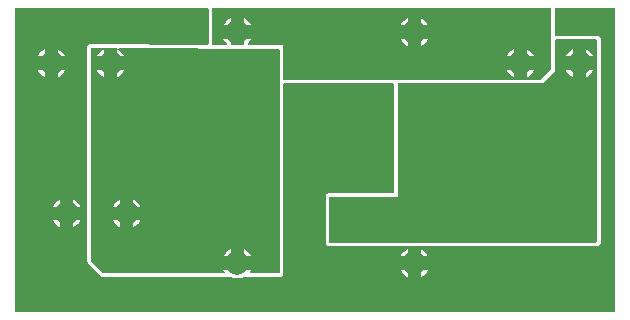
<source format=gtl>
G04 Layer: TopLayer*
G04 EasyEDA v6.5.8, 2022-07-18 23:19:08*
G04 1589dfe675ed41be9403e30dc75cfddf,10*
G04 Gerber Generator version 0.2*
G04 Scale: 100 percent, Rotated: No, Reflected: No *
G04 Dimensions in millimeters *
G04 leading zeros omitted , absolute positions ,4 integer and 5 decimal *
%FSLAX45Y45*%
%MOMM*%

%ADD10C,2.0000*%
%ADD11C,0.7000*%

%LPD*%
G36*
X2290673Y-620014D02*
G01*
X2286762Y-619252D01*
X2283460Y-617016D01*
X2281275Y-613714D01*
X2280462Y-609854D01*
X2280462Y-360426D01*
X2279954Y-354025D01*
X2279954Y-331012D01*
X2278989Y-329996D01*
X2255062Y-329946D01*
X2249728Y-329488D01*
X1989175Y-327863D01*
X1985213Y-326999D01*
X1981911Y-324662D01*
X1979777Y-321208D01*
X1979117Y-317195D01*
X1980133Y-313232D01*
X1983181Y-309524D01*
X1993595Y-298094D01*
X2002688Y-285546D01*
X2009952Y-272237D01*
X1948688Y-272237D01*
X1948688Y-317398D01*
X1947824Y-321310D01*
X1945639Y-324612D01*
X1942338Y-326796D01*
X1938477Y-327558D01*
X1846072Y-326948D01*
X1842211Y-326186D01*
X1838858Y-323951D01*
X1836674Y-320700D01*
X1835912Y-316788D01*
X1835912Y-272237D01*
X1774647Y-272237D01*
X1781911Y-285546D01*
X1790954Y-298094D01*
X1801520Y-309626D01*
X1803552Y-312978D01*
X1804111Y-316788D01*
X1803247Y-320598D01*
X1801063Y-323799D01*
X1797761Y-325932D01*
X1793900Y-326644D01*
X1690065Y-325983D01*
X1686204Y-325221D01*
X1683004Y-322986D01*
X1680768Y-319684D01*
X1679956Y-315823D01*
X1679956Y-21132D01*
X1680768Y-17221D01*
X1683004Y-13919D01*
X1686306Y-11734D01*
X1690166Y-10972D01*
X4539843Y-10668D01*
X4543704Y-11430D01*
X4547006Y-13665D01*
X4549241Y-16967D01*
X4550054Y-20828D01*
X4550054Y-273964D01*
X4549495Y-280416D01*
X4549495Y-526288D01*
X4548682Y-530199D01*
X4546498Y-533501D01*
X4463440Y-616508D01*
X4460138Y-618744D01*
X4456277Y-619506D01*
X4344568Y-619506D01*
X4340148Y-618388D01*
X4335729Y-619506D01*
X4243324Y-619506D01*
X4239107Y-618490D01*
X4234840Y-619506D01*
X3250234Y-619506D01*
X3243986Y-620014D01*
G37*

%LPC*%
G36*
X4233214Y-597662D02*
G01*
X4233214Y-536346D01*
X4172102Y-536346D01*
X4177182Y-546354D01*
X4185818Y-559155D01*
X4195927Y-570890D01*
X4207357Y-581304D01*
X4219854Y-590346D01*
G37*
G36*
X4345940Y-597458D02*
G01*
X4352544Y-594258D01*
X4365650Y-586028D01*
X4377588Y-576275D01*
X4388358Y-565200D01*
X4397756Y-552907D01*
X4405680Y-539597D01*
X4407052Y-536346D01*
X4345940Y-536346D01*
G37*
G36*
X4345940Y-423672D02*
G01*
X4407052Y-423672D01*
X4405680Y-420420D01*
X4397756Y-407111D01*
X4388358Y-394817D01*
X4377588Y-383743D01*
X4365650Y-373989D01*
X4352544Y-365709D01*
X4345940Y-362559D01*
G37*
G36*
X4172102Y-423672D02*
G01*
X4233214Y-423672D01*
X4233214Y-362305D01*
X4219854Y-369671D01*
X4207357Y-378663D01*
X4195927Y-389128D01*
X4185818Y-400812D01*
X4177182Y-413664D01*
G37*
G36*
X3447287Y-333400D02*
G01*
X3450488Y-331978D01*
X3463747Y-324104D01*
X3476091Y-314756D01*
X3487216Y-303987D01*
X3496868Y-291947D01*
X3505149Y-278892D01*
X3508298Y-272237D01*
X3447287Y-272237D01*
G37*
G36*
X3334512Y-333400D02*
G01*
X3334512Y-272237D01*
X3273450Y-272237D01*
X3276650Y-278892D01*
X3284931Y-291947D01*
X3294583Y-303987D01*
X3305708Y-314756D01*
X3318001Y-324104D01*
X3331311Y-331978D01*
G37*
G36*
X1948688Y-159562D02*
G01*
X2009698Y-159562D01*
X2006549Y-152908D01*
X1998268Y-139852D01*
X1988616Y-127812D01*
X1977491Y-117043D01*
X1965147Y-107696D01*
X1951888Y-99822D01*
X1948688Y-98399D01*
G37*
G36*
X1774850Y-159562D02*
G01*
X1835912Y-159562D01*
X1835912Y-98399D01*
X1832711Y-99822D01*
X1819402Y-107696D01*
X1807108Y-117043D01*
X1795983Y-127812D01*
X1786331Y-139852D01*
X1778050Y-152908D01*
G37*
G36*
X3447287Y-159562D02*
G01*
X3508552Y-159562D01*
X3501288Y-146253D01*
X3492195Y-133705D01*
X3481781Y-122275D01*
X3470097Y-112166D01*
X3457244Y-103530D01*
X3447287Y-98399D01*
G37*
G36*
X3273247Y-159562D02*
G01*
X3334512Y-159562D01*
X3334512Y-98399D01*
X3324504Y-103530D01*
X3311702Y-112166D01*
X3299968Y-122275D01*
X3289554Y-133705D01*
X3280511Y-146253D01*
G37*

%LPD*%
G36*
X2680208Y-1999996D02*
G01*
X2676245Y-1999234D01*
X2672943Y-1997049D01*
X2670759Y-1993747D01*
X2669997Y-1989836D01*
X2669997Y-1620164D01*
X2670759Y-1616252D01*
X2672943Y-1613001D01*
X2676245Y-1610766D01*
X2680208Y-1610004D01*
X3248964Y-1610004D01*
X3249980Y-1608988D01*
X3249980Y-660146D01*
X3250793Y-656285D01*
X3252927Y-652983D01*
X3256229Y-650798D01*
X3260191Y-649986D01*
X4478985Y-649986D01*
X4480661Y-649274D01*
X4579264Y-550722D01*
X4579975Y-548995D01*
X4579975Y-290169D01*
X4580788Y-286258D01*
X4583023Y-282956D01*
X4586325Y-280771D01*
X4590186Y-280009D01*
X4929835Y-280009D01*
X4933746Y-280771D01*
X4937048Y-282956D01*
X4939182Y-286258D01*
X4939995Y-290169D01*
X4939995Y-1985772D01*
X4939182Y-1989683D01*
X4937048Y-1992985D01*
X4932984Y-1997049D01*
X4929682Y-1999234D01*
X4925822Y-1999996D01*
G37*

%LPC*%
G36*
X4734052Y-597662D02*
G01*
X4734052Y-536346D01*
X4672939Y-536346D01*
X4678070Y-546354D01*
X4686706Y-559155D01*
X4696815Y-570890D01*
X4708194Y-581304D01*
X4720742Y-590346D01*
G37*
G36*
X4846777Y-597458D02*
G01*
X4853482Y-594258D01*
X4866538Y-586028D01*
X4878527Y-576275D01*
X4889296Y-565200D01*
X4898644Y-552907D01*
X4906518Y-539597D01*
X4907940Y-536346D01*
X4846777Y-536346D01*
G37*
G36*
X4846777Y-423672D02*
G01*
X4907940Y-423672D01*
X4906518Y-420420D01*
X4898644Y-407111D01*
X4889296Y-394817D01*
X4878527Y-383743D01*
X4866538Y-373989D01*
X4853482Y-365709D01*
X4846777Y-362559D01*
G37*
G36*
X4672939Y-423672D02*
G01*
X4734052Y-423672D01*
X4734052Y-362305D01*
X4720742Y-369671D01*
X4708194Y-378663D01*
X4696815Y-389128D01*
X4686706Y-400812D01*
X4678070Y-413664D01*
G37*

%LPD*%
G36*
X764184Y-2259990D02*
G01*
X760272Y-2259228D01*
X757021Y-2257044D01*
X652932Y-2152954D01*
X650798Y-2149703D01*
X649986Y-2145792D01*
X649986Y-360222D01*
X650798Y-356311D01*
X652983Y-353009D01*
X656285Y-350824D01*
X660196Y-350062D01*
X745947Y-350621D01*
X750062Y-351485D01*
X753465Y-354025D01*
X755548Y-357682D01*
X755954Y-361899D01*
X754684Y-365912D01*
X751738Y-369062D01*
X738225Y-378663D01*
X726795Y-389128D01*
X716686Y-400812D01*
X708050Y-413664D01*
X702970Y-423672D01*
X764082Y-423672D01*
X764082Y-360934D01*
X764844Y-357022D01*
X767130Y-353720D01*
X770432Y-351536D01*
X774293Y-350774D01*
X866698Y-351332D01*
X870559Y-352145D01*
X873861Y-354330D01*
X875995Y-357632D01*
X876808Y-361492D01*
X876808Y-423672D01*
X937920Y-423672D01*
X936548Y-420420D01*
X928624Y-407111D01*
X919327Y-394817D01*
X908558Y-383743D01*
X896518Y-373989D01*
X890625Y-370281D01*
X887577Y-367233D01*
X886002Y-363169D01*
X886307Y-358851D01*
X888390Y-355041D01*
X891895Y-352450D01*
X896112Y-351536D01*
X2239873Y-359918D01*
X2243734Y-360730D01*
X2247036Y-362915D01*
X2249220Y-366217D01*
X2249982Y-370078D01*
X2249982Y-2249830D01*
X2249220Y-2253742D01*
X2247036Y-2257044D01*
X2243734Y-2259228D01*
X2239873Y-2259990D01*
X2009038Y-2259990D01*
X2004720Y-2259025D01*
X2001215Y-2256332D01*
X1999183Y-2252421D01*
X1999030Y-2248001D01*
X2000757Y-2243937D01*
X2002688Y-2241346D01*
X2009952Y-2228037D01*
X1948688Y-2228037D01*
X1948688Y-2249830D01*
X1947875Y-2253742D01*
X1945639Y-2257044D01*
X1942338Y-2259228D01*
X1938477Y-2259990D01*
X1846072Y-2259990D01*
X1842211Y-2259228D01*
X1838909Y-2257044D01*
X1836674Y-2253742D01*
X1835912Y-2249830D01*
X1835912Y-2228037D01*
X1774647Y-2228037D01*
X1781911Y-2241346D01*
X1783791Y-2243937D01*
X1785518Y-2248001D01*
X1785416Y-2252421D01*
X1783384Y-2256332D01*
X1779828Y-2259025D01*
X1775561Y-2259990D01*
G37*

%LPC*%
G36*
X1948688Y-2115362D02*
G01*
X2009698Y-2115362D01*
X2006549Y-2108708D01*
X1998268Y-2095652D01*
X1988616Y-2083612D01*
X1977491Y-2072843D01*
X1965147Y-2063496D01*
X1951888Y-2055622D01*
X1948688Y-2054199D01*
G37*
G36*
X1774850Y-2115362D02*
G01*
X1835912Y-2115362D01*
X1835912Y-2054199D01*
X1832711Y-2055622D01*
X1819402Y-2063496D01*
X1807108Y-2072843D01*
X1795983Y-2083612D01*
X1786331Y-2095652D01*
X1778050Y-2108708D01*
G37*
G36*
X1011377Y-1870252D02*
G01*
X1024686Y-1862937D01*
X1037234Y-1853946D01*
X1048664Y-1843481D01*
X1058722Y-1831797D01*
X1067409Y-1818944D01*
X1072540Y-1808937D01*
X1011377Y-1808937D01*
G37*
G36*
X898702Y-1870049D02*
G01*
X898702Y-1808937D01*
X837488Y-1808937D01*
X838962Y-1812188D01*
X846785Y-1825498D01*
X856183Y-1837791D01*
X866952Y-1848866D01*
X878941Y-1858619D01*
X892098Y-1866849D01*
G37*
G36*
X837488Y-1696262D02*
G01*
X898702Y-1696262D01*
X898702Y-1635150D01*
X892098Y-1638350D01*
X878941Y-1646580D01*
X866952Y-1656334D01*
X856183Y-1667408D01*
X846785Y-1679702D01*
X838962Y-1693011D01*
G37*
G36*
X1011377Y-1696262D02*
G01*
X1072540Y-1696262D01*
X1067409Y-1686255D01*
X1058722Y-1673402D01*
X1048664Y-1661718D01*
X1037234Y-1651254D01*
X1024686Y-1642262D01*
X1011377Y-1634947D01*
G37*
G36*
X764082Y-597662D02*
G01*
X764082Y-536346D01*
X702970Y-536346D01*
X708050Y-546354D01*
X716686Y-559155D01*
X726795Y-570890D01*
X738225Y-581304D01*
X750824Y-590346D01*
G37*
G36*
X876808Y-597458D02*
G01*
X883412Y-594258D01*
X896518Y-586028D01*
X908558Y-576275D01*
X919327Y-565200D01*
X928624Y-552907D01*
X936548Y-539597D01*
X937920Y-536346D01*
X876808Y-536346D01*
G37*

%LPD*%
G36*
X20675Y-2590546D02*
G01*
X16814Y-2589784D01*
X13462Y-2587548D01*
X11277Y-2584297D01*
X10515Y-2580386D01*
X10515Y-21285D01*
X11277Y-17373D01*
X13462Y-14122D01*
X16814Y-11887D01*
X20675Y-11125D01*
X1639366Y-10972D01*
X1643227Y-11734D01*
X1646478Y-13919D01*
X1648764Y-17221D01*
X1649475Y-21132D01*
X1649475Y-315518D01*
X1648764Y-319430D01*
X1646478Y-322732D01*
X1643227Y-324916D01*
X1639265Y-325678D01*
X650443Y-319481D01*
X643890Y-320141D01*
X637794Y-322072D01*
X632307Y-325221D01*
X627481Y-329438D01*
X623671Y-334568D01*
X621080Y-340360D01*
X619658Y-346608D01*
X619506Y-350266D01*
X619506Y-2149602D01*
X619861Y-2154631D01*
X621538Y-2160930D01*
X624484Y-2166569D01*
X628802Y-2171954D01*
X738124Y-2281275D01*
X741984Y-2284577D01*
X747572Y-2287828D01*
X753668Y-2289810D01*
X760577Y-2290521D01*
X1836216Y-2290521D01*
X1839722Y-2291130D01*
X1854149Y-2296515D01*
X1869186Y-2300122D01*
X1884527Y-2301951D01*
X1900021Y-2301951D01*
X1915363Y-2300122D01*
X1930450Y-2296515D01*
X1944827Y-2291130D01*
X1948332Y-2290521D01*
X2249728Y-2290521D01*
X2256332Y-2289810D01*
X2262378Y-2287879D01*
X2267915Y-2284679D01*
X2272639Y-2280412D01*
X2276398Y-2275230D01*
X2278989Y-2269439D01*
X2280361Y-2263190D01*
X2280462Y-660654D01*
X2281275Y-656793D01*
X2283460Y-653491D01*
X2286762Y-651256D01*
X2290673Y-650494D01*
X3209290Y-650494D01*
X3213252Y-651256D01*
X3216554Y-653491D01*
X3218688Y-656793D01*
X3219500Y-660654D01*
X3219500Y-1569313D01*
X3218688Y-1573225D01*
X3216554Y-1576527D01*
X3213252Y-1578711D01*
X3209290Y-1579473D01*
X2670251Y-1579473D01*
X2663647Y-1580184D01*
X2657551Y-1582166D01*
X2652064Y-1585315D01*
X2647340Y-1589582D01*
X2643581Y-1594764D01*
X2640990Y-1600555D01*
X2639720Y-1606804D01*
X2639466Y-1610258D01*
X2639466Y-1999742D01*
X2640177Y-2006346D01*
X2642108Y-2012391D01*
X2645308Y-2017928D01*
X2649575Y-2022652D01*
X2654706Y-2026412D01*
X2660548Y-2029002D01*
X2666796Y-2030323D01*
X2670251Y-2030526D01*
X3340354Y-2030526D01*
X3342538Y-2030933D01*
X3344672Y-2030526D01*
X3437077Y-2030526D01*
X3439261Y-2030933D01*
X3441395Y-2030526D01*
X4929581Y-2030526D01*
X4934661Y-2030120D01*
X4940909Y-2028443D01*
X4946548Y-2025548D01*
X4951933Y-2021179D01*
X4961331Y-2011832D01*
X4964531Y-2008022D01*
X4967782Y-2002383D01*
X4969814Y-1996338D01*
X4970475Y-1989480D01*
X4970475Y-280263D01*
X4969814Y-273659D01*
X4967884Y-267614D01*
X4964633Y-262077D01*
X4960416Y-257352D01*
X4955235Y-253593D01*
X4949393Y-251002D01*
X4943144Y-249682D01*
X4939690Y-249478D01*
X4590643Y-249478D01*
X4586782Y-248716D01*
X4583480Y-246532D01*
X4581245Y-243230D01*
X4580534Y-239318D01*
X4580534Y-20828D01*
X4581245Y-16916D01*
X4583480Y-13665D01*
X4586782Y-11430D01*
X4590643Y-10668D01*
X5079390Y-10617D01*
X5083302Y-11379D01*
X5086604Y-13614D01*
X5088788Y-16865D01*
X5089550Y-20777D01*
X5089804Y-2580386D01*
X5089042Y-2584297D01*
X5086858Y-2587548D01*
X5083556Y-2589784D01*
X5079695Y-2590546D01*
G37*

%LPC*%
G36*
X3447287Y-2289200D02*
G01*
X3450488Y-2287778D01*
X3463747Y-2279904D01*
X3476091Y-2270556D01*
X3487216Y-2259787D01*
X3496868Y-2247747D01*
X3505149Y-2234692D01*
X3508298Y-2228037D01*
X3447287Y-2228037D01*
G37*
G36*
X3334512Y-2289200D02*
G01*
X3334512Y-2228037D01*
X3273450Y-2228037D01*
X3276650Y-2234692D01*
X3284931Y-2247747D01*
X3294583Y-2259787D01*
X3305708Y-2270556D01*
X3318001Y-2279904D01*
X3331311Y-2287778D01*
G37*
G36*
X3273247Y-2115362D02*
G01*
X3334512Y-2115362D01*
X3334512Y-2054199D01*
X3324504Y-2059330D01*
X3311702Y-2067966D01*
X3299968Y-2078075D01*
X3289554Y-2089505D01*
X3280511Y-2102053D01*
G37*
G36*
X3447287Y-2115362D02*
G01*
X3508552Y-2115362D01*
X3501288Y-2102053D01*
X3492195Y-2089505D01*
X3481781Y-2078075D01*
X3470097Y-2067966D01*
X3457244Y-2059330D01*
X3447287Y-2054199D01*
G37*
G36*
X503377Y-1870252D02*
G01*
X516686Y-1862937D01*
X529234Y-1853946D01*
X540664Y-1843481D01*
X550722Y-1831797D01*
X559409Y-1818944D01*
X564540Y-1808937D01*
X503377Y-1808937D01*
G37*
G36*
X390702Y-1870049D02*
G01*
X390702Y-1808937D01*
X329488Y-1808937D01*
X330962Y-1812188D01*
X338785Y-1825498D01*
X348183Y-1837791D01*
X358952Y-1848866D01*
X370941Y-1858619D01*
X384098Y-1866849D01*
G37*
G36*
X329488Y-1696262D02*
G01*
X390702Y-1696262D01*
X390702Y-1635150D01*
X384098Y-1638350D01*
X370941Y-1646580D01*
X358952Y-1656334D01*
X348183Y-1667408D01*
X338785Y-1679702D01*
X330962Y-1693011D01*
G37*
G36*
X503377Y-1696262D02*
G01*
X564540Y-1696262D01*
X559409Y-1686255D01*
X550722Y-1673402D01*
X540664Y-1661718D01*
X529234Y-1651254D01*
X516686Y-1642262D01*
X503377Y-1634947D01*
G37*
G36*
X263194Y-597662D02*
G01*
X263194Y-536346D01*
X202031Y-536346D01*
X207213Y-546354D01*
X215798Y-559155D01*
X225907Y-570890D01*
X237388Y-581304D01*
X249885Y-590346D01*
G37*
G36*
X375869Y-597458D02*
G01*
X382524Y-594258D01*
X395579Y-586028D01*
X407619Y-576275D01*
X418388Y-565200D01*
X427735Y-552907D01*
X435609Y-539597D01*
X437032Y-536346D01*
X375869Y-536346D01*
G37*
G36*
X375869Y-423672D02*
G01*
X437032Y-423672D01*
X435609Y-420420D01*
X427735Y-407111D01*
X418388Y-394817D01*
X407619Y-383743D01*
X395579Y-373989D01*
X382524Y-365709D01*
X375869Y-362559D01*
G37*
G36*
X202031Y-423672D02*
G01*
X263194Y-423672D01*
X263194Y-362305D01*
X249885Y-369671D01*
X237388Y-378663D01*
X225907Y-389128D01*
X215798Y-400812D01*
X207213Y-413664D01*
G37*

%LPD*%
D10*
G01*
X955039Y-1752600D03*
G01*
X447039Y-1752600D03*
G01*
X1892300Y-2171700D03*
G01*
X1892300Y-215900D03*
G01*
X3390900Y-215900D03*
G01*
X3390900Y-2171700D03*
G01*
X4289552Y-480009D03*
G01*
X4790439Y-480009D03*
G01*
X319557Y-480009D03*
G01*
X820445Y-480009D03*
D11*
G01*
X1829993Y-1369999D03*
G01*
X1829993Y-1170000D03*
G01*
X1829993Y-1569999D03*
G01*
X1629994Y-1369999D03*
G01*
X2029993Y-1369999D03*
G01*
X1629994Y-1170000D03*
G01*
X2029993Y-1170000D03*
G01*
X1629994Y-1569999D03*
G01*
X2029993Y-1569999D03*
G01*
X1829993Y-1170000D03*
G01*
X1629994Y-1170000D03*
G01*
X2029993Y-1170000D03*
G01*
X1629994Y-1769998D03*
G01*
X1829993Y-1769998D03*
G01*
X2029993Y-1769998D03*
G01*
X3690010Y-889990D03*
G01*
X3890009Y-889990D03*
G01*
X4090009Y-889990D03*
G01*
X4090009Y-889990D03*
G01*
X3890009Y-889990D03*
G01*
X3690010Y-889990D03*
G01*
X3690010Y-1089990D03*
G01*
X3890009Y-1089990D03*
G01*
X4090009Y-1089990D03*
G01*
X4090009Y-1289989D03*
G01*
X4090009Y-1489989D03*
G01*
X3890009Y-1489989D03*
G01*
X3890009Y-1289989D03*
G01*
X3690010Y-1289989D03*
G01*
X3690010Y-1489989D03*
G01*
X2759989Y-1724990D03*
G01*
X2924987Y-1724990D03*
G01*
X2780004Y-940003D03*
G01*
X2950006Y-940003D03*
M02*

</source>
